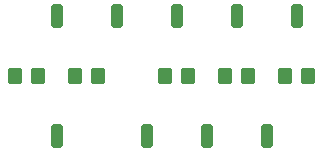
<source format=gbr>
%TF.GenerationSoftware,KiCad,Pcbnew,(7.0.0)*%
%TF.CreationDate,2023-03-15T15:08:56+01:00*%
%TF.ProjectId,PCH-1000JIG_0805,5043482d-3130-4303-904a-49475f303830,rev?*%
%TF.SameCoordinates,Original*%
%TF.FileFunction,Paste,Top*%
%TF.FilePolarity,Positive*%
%FSLAX46Y46*%
G04 Gerber Fmt 4.6, Leading zero omitted, Abs format (unit mm)*
G04 Created by KiCad (PCBNEW (7.0.0)) date 2023-03-15 15:08:56*
%MOMM*%
%LPD*%
G01*
G04 APERTURE LIST*
G04 Aperture macros list*
%AMRoundRect*
0 Rectangle with rounded corners*
0 $1 Rounding radius*
0 $2 $3 $4 $5 $6 $7 $8 $9 X,Y pos of 4 corners*
0 Add a 4 corners polygon primitive as box body*
4,1,4,$2,$3,$4,$5,$6,$7,$8,$9,$2,$3,0*
0 Add four circle primitives for the rounded corners*
1,1,$1+$1,$2,$3*
1,1,$1+$1,$4,$5*
1,1,$1+$1,$6,$7*
1,1,$1+$1,$8,$9*
0 Add four rect primitives between the rounded corners*
20,1,$1+$1,$2,$3,$4,$5,0*
20,1,$1+$1,$4,$5,$6,$7,0*
20,1,$1+$1,$6,$7,$8,$9,0*
20,1,$1+$1,$8,$9,$2,$3,0*%
G04 Aperture macros list end*
%ADD10RoundRect,0.250000X-0.250000X-0.750000X0.250000X-0.750000X0.250000X0.750000X-0.250000X0.750000X0*%
%ADD11RoundRect,0.250000X-0.350000X-0.450000X0.350000X-0.450000X0.350000X0.450000X-0.350000X0.450000X0*%
G04 APERTURE END LIST*
D10*
%TO.C,UDC12*%
X55880000Y-35560000D03*
%TD*%
D11*
%TO.C,330*%
X54880000Y-40640000D03*
X56880000Y-40640000D03*
%TD*%
%TO.C,1K*%
X37100000Y-40640000D03*
X39100000Y-40640000D03*
%TD*%
%TO.C,150*%
X59960000Y-40640000D03*
X61960000Y-40640000D03*
%TD*%
D10*
%TO.C,UDC11*%
X50800000Y-35560000D03*
%TD*%
D11*
%TO.C,330*%
X49800000Y-40640000D03*
X51800000Y-40640000D03*
%TD*%
%TO.C,1K*%
X42180000Y-40640000D03*
X44180000Y-40640000D03*
%TD*%
D10*
%TO.C,3.3V*%
X53340000Y-45720000D03*
%TD*%
%TO.C,UDC7*%
X45720000Y-35560000D03*
%TD*%
%TO.C,PC RX*%
X48260000Y-45720000D03*
%TD*%
%TO.C,GND*%
X58420000Y-45720000D03*
%TD*%
%TO.C,UDC6*%
X40640000Y-35560000D03*
%TD*%
%TO.C,UDC3*%
X60960000Y-35560000D03*
%TD*%
%TO.C,PC TX*%
X40640000Y-45720000D03*
%TD*%
M02*

</source>
